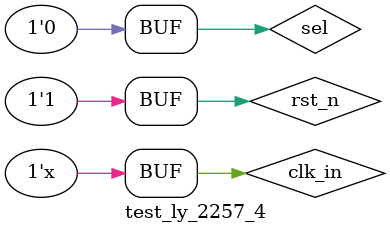
<source format=v>
`timescale 10ns/1ns
module test_;
reg clk_in;
reg sel;
wire clk_out,out1,out2;
wire [15:0] CO1;
wire [15:0] CO2;
initial
begin
	clk_in=0;
	sel=0;
end
always#1 clk_in=~clk_in;
always#100000 sel=~sel;

test test(
	.clk_in(clk_in),
	.sel(sel),
	.clk_out(clk_out),
	.CO1(CO1),
	.CO2(CO2),
	.out1(out1),
	.out2(out2)
);
endmodule



//`timescale 1ns / 1ns
module test_ly_2257_4();
	reg clk_in;//输入
	reg rst_n;
	reg sel;
	wire clk_out;//输出
	
	parameter T = 20;
	
	initial begin	//初始化 系统复位
			clk_in = 0;
			rst_n = 0;
			sel = 1;
			#50	//等待50ns
			rst_n = 1;
			#400000
			sel = 0;
		end
		
	always #(T/2) clk_in = ~clk_in;

	ly_2257_4 divider(	//例化
		.clk_in       (clk_in),
		.sel          (sel),
		.rst_n        (rst_n),
		.clk_out      (clk_out)
	);
endmodule
</source>
